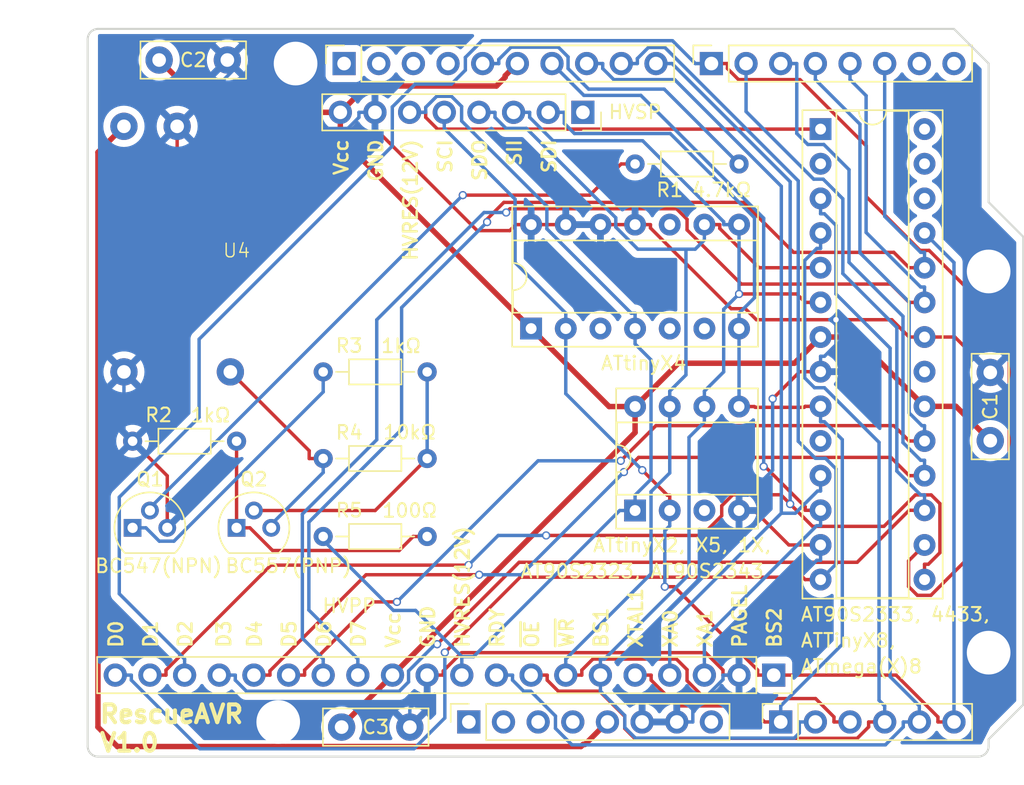
<source format=kicad_pcb>
(kicad_pcb (version 20240108) (generator "pcbnew") (generator_version "8.0")
  (title_block (title "RescueAVR") (date "2024-08-25") (rev "1.0") (company "Arduino Craft Corner"))
  (layers (0 "F.Cu" signal) (31 "B.Cu" signal) (34 "B.Paste" user) (35 "F.Paste" user) (36 "B.SilkS" user "B.Silkscreen") (37 "F.SilkS" user "F.Silkscreen") (38 "B.Mask" user) (39 "F.Mask" user) (44 "Edge.Cuts" user))
  (net 0 "")
  (net 1 "GND")
  (net 3 "+5V")
  (net 4 "/IOREF")
  (net 5 "/A0")
  (net 6 "/A1")
  (net 7 "/A2")
  (net 8 "/A3")
  (net 9 "/13")
  (net 10 "/12")
  (net 11 "/AREF")
  (net 12 "/8")
  (net 13 "/7")
  (net 14 "/*11")
  (net 15 "/*10")
  (net 16 "/*9")
  (net 17 "/4")
  (net 18 "/2")
  (net 19 "/*6")
  (net 20 "/*5")
  (net 21 "/TX{slash}1")
  (net 22 "/*3")
  (net 23 "/RX{slash}0")
  (net 24 "+3V3")
  (net 26 "/~{RESET}")
  (net 32 "/A5")
  (net 34 "/A4")
  (net 35 "/HVRES")
  (net 45 "Net-(Q1-B)")
  (net 46 "Net-(Q2-C)")
  (net 47 "Net-(Q2-B)")
  (net 48 "Net-(Q1-C)")
  (net 49 "Net-(Q2-E)")
  (footprint "Connector_PinSocket_2.54mm:PinSocket_1x08_P2.54mm_Vertical" (layer "F.Cu") (at 127.94 97.46 90)
    (property "Reference" "J1" (hide yes))
    (property "Value" "Power")
  )
  (footprint "Connector_PinSocket_2.54mm:PinSocket_1x06_P2.54mm_Vertical" (layer "F.Cu") (at 150.8 97.46 90)
    (property "Reference" "J3" (hide yes))
    (property "Value" "Analog")
  )
  (footprint "Connector_PinSocket_2.54mm:PinSocket_1x10_P2.54mm_Vertical" (layer "F.Cu") (at 118.796 49.2 90)
    (property "Reference" "J2" (hide yes))
    (property "Value" "Digital/PWM")
  )
  (footprint "Connector_PinSocket_2.54mm:PinSocket_1x08_P2.54mm_Vertical" (layer "F.Cu") (at 145.72 49.2 90)
    (property "Reference" "J4" (hide yes))
    (property "Value" "Digital/PWM")
  )
  (footprint "Package_TO_SOT_THT:TO-92" (layer "F.Cu") (at 103.295 83.231)
    (property "Reference" "Q1")
    (property "Value" "BC547(NPN)")
  )
  (footprint "Resistor_THT:R_Axial_DIN0204_L3.6mm_D1.6mm_P7.62mm_Horizontal" (layer "F.Cu") (at 117.265 83.866)
    (property "Reference" "R5")
    (property "Value" "100Ω")
  )
  (footprint "Package_DIP:DIP-28_W7.62mm_Socket" (layer "F.Cu") (at 153.721 54.006)
    (property "Reference" "U1" (hide yes))
    (property "Value" "ATTinyX8,")
  )
  (footprint "Capacitor_THT:C_Disc_D7.5mm_W2.5mm_P5.00mm" (layer "F.Cu") (at 166.16 76.841 90)
    (property "Reference" "C1")
    (property "Value" "100nF" (hide yes))
  )
  (footprint "Resistor_THT:R_Axial_DIN0204_L3.6mm_D1.6mm_P7.62mm_Horizontal" (layer "F.Cu") (at 103.295 76.881)
    (property "Reference" "R2")
    (property "Value" "1kΩ")
  )
  (footprint "Resistor_THT:R_Axial_DIN0204_L3.6mm_D1.6mm_P7.62mm_Horizontal" (layer "F.Cu") (at 117.265 71.801)
    (property "Reference" "R3")
    (property "Value" "1kΩ")
  )
  (footprint "Package_TO_SOT_THT:TO-92" (layer "F.Cu") (at 110.915 83.231)
    (property "Reference" "Q2")
    (property "Value" "BC557(PNP)")
  )
  (footprint "Arduino_MountingHole:MountingHole_3.2mm" (layer "F.Cu") (at 115.24 49.2)
    (property "Reference" "MH1" (hide yes))
    (property "Value" "MountingHole_3.2mm" (hide yes))
  )
  (footprint "Connector_PinSocket_2.54mm:PinSocket_1x20_P2.54mm_Vertical" (layer "F.Cu") (at 150.285 94.026 -90)
    (property "Reference" "J5" (hide yes))
    (property "Value" "Conn_01x20_Socket" (hide yes))
  )
  (footprint "Resistor_THT:R_Axial_DIN0204_L3.6mm_D1.6mm_P7.62mm_Horizontal" (layer "F.Cu") (at 147.745 56.561 180)
    (property "Reference" "R1")
    (property "Value" "4.7kΩ")
  )
  (footprint "Connector_PinSocket_2.54mm:PinSocket_1x08_P2.54mm_Vertical" (layer "F.Cu") (at 136.3 52.776 -90)
    (property "Reference" "J6" (hide yes))
    (property "Value" "Conn_01x08_Socket" (hide yes))
  )
  (footprint "Booster:Step-Up-Converter" (layer "F.Cu") (at 117.86 62.701 -90)
    (property "Reference" "U4")
    (property "Value" "~")
  )
  (footprint "Package_DIP:DIP-14_W7.62mm_Socket" (layer "F.Cu") (at 132.505 68.626 90)
    (property "Reference" "U2" (hide yes))
    (property "Value" "ATtinyX4")
  )
  (footprint "Capacitor_THT:C_Disc_D7.5mm_W2.5mm_P5.00mm" (layer "F.Cu") (at 118.615 97.836)
    (property "Reference" "C3")
    (property "Value" "100nF" (hide yes))
  )
  (footprint "Capacitor_THT:C_Disc_D7.5mm_W2.5mm_P5.00mm" (layer "F.Cu") (at 105.24 48.941)
    (property "Reference" "C2")
    (property "Value" "100nF" (hide yes))
  )
  (footprint "Arduino_MountingHole:MountingHole_3.2mm" (layer "F.Cu") (at 113.97 97.46)
    (property "Reference" "MH2" (hide yes))
    (property "Value" "MountingHole_3.2mm" (hide yes))
  )
  (footprint "Package_DIP:DIP-8_W7.62mm_Socket" (layer "F.Cu") (at 140.125 81.961 90)
    (property "Reference" "U3" (hide yes))
    (property "Value" "ATtinyX2, X5, 1X, ")
  )
  (footprint "Arduino_MountingHole:MountingHole_3.2mm" (layer "F.Cu") (at 166.04 64.44)
    (property "Reference" "MH3" (hide yes))
    (property "Value" "MountingHole_3.2mm" (hide yes))
  )
  (footprint "Resistor_THT:R_Axial_DIN0204_L3.6mm_D1.6mm_P7.62mm_Horizontal" (layer "F.Cu") (at 124.885 78.151 180)
    (property "Reference" "R4")
    (property "Value" "10kΩ")
  )
  (footprint "Arduino_MountingHole:MountingHole_3.2mm" (layer "F.Cu") (at 166.04 92.38)
    (property "Reference" "MH4" (hide yes))
    (property "Value" "MountingHole_3.2mm" (hide yes))
  )
  (gr_line (start 166.04 59.36) (end 168.58 61.9) (stroke (width 0.15)) (layer "Edge.Cuts"))
  (gr_line (start 100 99.238) (end 100 47.422) (stroke (width 0.15)) (layer "Edge.Cuts"))
  (gr_line (start 168.58 61.9) (end 168.58 96.19) (stroke (width 0.15)) (layer "Edge.Cuts"))
  (gr_line (start 165.278 100) (end 100.762 100) (stroke (width 0.15)) (layer "Edge.Cuts"))
  (gr_line (start 100.762 46.66) (end 163.5 46.66) (stroke (width 0.15)) (layer "Edge.Cuts"))
  (gr_arc (start 100.762 100) (mid 100.223185 99.776815) (end 100 99.238) (stroke (width 0.15)) (layer "Edge.Cuts"))
  (gr_line (start 168.58 96.19) (end 166.04 98.73) (stroke (width 0.15)) (layer "Edge.Cuts"))
  (gr_line (start 163.5 46.66) (end 166.04 49.2) (stroke (width 0.15)) (layer "Edge.Cuts"))
  (gr_arc (start 166.04 99.238) (mid 165.816815 99.776815) (end 165.278 100) (stroke (width 0.15)) (layer "Edge.Cuts"))
  (gr_line (start 166.04 49.2) (end 166.04 59.36) (stroke (width 0.15)) (layer "Edge.Cuts"))
  (gr_line (start 166.04 98.73) (end 166.04 99.238) (stroke (width 0.15)) (layer "Edge.Cuts"))
  (gr_arc (start 100 47.422) (mid 100.223185 46.883185) (end 100.762 46.66) (stroke (width 0.15)) (layer "Edge.Cuts"))
  (gr_text "ATmega(X)8" (at 152.19 93.391 0) (layer "F.SilkS") (effects (font (size 1 1)) (justify left)))
  (gr_text "~{WR}\n" (at 135.68 92.121 90) (layer "F.SilkS") (effects (font (size 1 1) (thickness 0.1875)) (justify left bottom)))
  (gr_text "GND" (at 125.52 92.121 90) (layer "F.SilkS") (effects (font (size 1 1) (thickness 0.1875)) (justify left bottom)))
  (gr_text "HVRES(12V)" (at 124.25 54.656 90) (layer "F.SilkS") (effects (font (size 1 1) (thickness 0.1875)) (justify right bottom)))
  (gr_text "HVPP" (at 119.17 88.946 0) (layer "F.SilkS") (effects (font (size 1 1))))
  (gr_text "~{OE}" (at 133.14 92.121 90) (layer "F.SilkS") (effects (font (size 1 1) (thickness 0.1875)) (justify left bottom)))
  (gr_text "AT90S2323, AT90S2343" (at 149.65 86.406 0) (layer "F.SilkS") (effects (font (size 1 1)) (justify right)))
  (gr_text "XA1" (at 145.84 92.121 90) (layer "F.SilkS") (effects (font (size 1 1) (thickness 0.1875)) (justify left bottom)))
  (gr_text "BS1" (at 138.22 92.121 90) (layer "F.SilkS") (effects (font (size 1 1) (thickness 0.1875)) (justify left bottom)))
  (gr_text "Vcc" (at 122.98 92.121 90) (layer "F.SilkS") (effects (font (size 1 1) (thickness 0.1875)) (justify left bottom)))
  (gr_text "SDI" (at 134.41 54.656 90) (layer "F.SilkS") (effects (font (size 1 1) (thickness 0.1875)) (justify right bottom)))
  (gr_text "XA0" (at 143.3 92.121 90) (layer "F.SilkS") (effects (font (size 1 1) (thickness 0.1875)) (justify left bottom)))
  (gr_text "HVSP\n" (at 140.125 52.751 0) (layer "F.SilkS") (effects (font (size 1 1))))
  (gr_text "D4\n" (at 112.82 92.121 90) (layer "F.SilkS") (effects (font (size 1 1) (thickness 0.1875)) (justify left bottom)))
  (gr_text "D2\n" (at 107.74 92.121 90) (layer "F.SilkS") (effects (font (size 1 1) (thickness 0.1875)) (justify left bottom)))
  (gr_text "GND" (at 121.71 54.656 90) (layer "F.SilkS") (effects (font (size 1 1) (thickness 0.1875)) (justify right bottom)))
  (gr_text "HVRES(12V)" (at 128.06 92.121 90) (layer "F.SilkS") (effects (font (size 1 1) (thickness 0.1875)) (justify left bottom)))
  (gr_text "SDO\n" (at 129.33 54.656 90) (layer "F.SilkS") (effects (font (size 1 1) (thickness 0.1875)) (justify right bottom)))
  (gr_text "D0" (at 102.66 92.121 90) (layer "F.SilkS") (effects (font (size 1 1) (thickness 0.1875)) (justify left bottom)))
  (gr_text "D6\n" (at 117.9 92.121 90) (layer "F.SilkS") (effects (font (size 1 1) (thickness 0.1875)) (justify left bottom)))
  (gr_text "D7\n" (at 120.44 92.121 90) (layer "F.SilkS") (effects (font (size 1 1) (thickness 0.1875)) (justify left bottom)))
  (gr_text "D3\n\n" (at 112.185 92.121 90) (layer "F.SilkS") (effects (font (size 1 1) (thickness 0.1875)) (justify left bottom)))
  (gr_text "D5\n" (at 115.36 92.121 90) (layer "F.SilkS") (effects (font (size 1 1) (thickness 0.1875)) (justify left bottom)))
  (gr_text "SCI\n" (at 126.79 54.656 90) (layer "F.SilkS") (effects (font (size 1 1) (thickness 0.1875)) (justify right bottom)))
  (gr_text "RDY" (at 130.6 92.121 90) (layer "F.SilkS") (effects (font (size 1 1) (thickness 0.1875)) (justify left bottom)))
  (gr_text "BS2" (at 150.92 92.121 90) (layer "F.SilkS") (effects (font (size 1 1) (thickness 0.1875)) (justify left bottom)))
  (gr_text "SII\n" (at 131.87 54.656 90) (layer "F.SilkS") (effects (font (size 1 1) (thickness 0.1875)) (justify right bottom)))
  (gr_text "Vcc" (at 119.17 54.656 90) (layer "F.SilkS") (effects (font (size 1 1) (thickness 0.1875)) (justify right bottom)))
  (gr_text "PAGEL\n" (at 148.38 92.121 90) (layer "F.SilkS") (effects (font (size 1 1) (thickness 0.1875)) (justify left bottom)))
  (gr_text "XTAL1" (at 140.76 92.121 90) (layer "F.SilkS") (effects (font (size 1 1) (thickness 0.1875)) (justify left bottom)))
  (gr_text "AT90S2333, 4433," (at 152.19 89.581 0) (layer "F.SilkS") (effects (font (size 1 1)) (justify left)))
  (gr_text "RescueAVR \nV1.0" (at 100.755 99.741 0) (layer "F.SilkS") (effects (font (size 1.3 1.3) (thickness 0.3) (bold yes)) (justify left bottom)))
  (gr_text "D1" (at 105.2 92.121 90) (layer "F.SilkS") (effects (font (size 1 1) (thickness 0.1875)) (justify left bottom)))
  (segment (start 150.2072 73.7727) (end 152.1939 71.786) (width 0.25) (layer "F.Cu") (net 1))
  (segment (start 126.0617 93.7251) (end 127.4069 92.3799) (width 0.25) (layer "F.Cu") (net 1))
  (segment (start 126.0617 94.026) (end 126.0617 93.7251) (width 0.25) (layer "F.Cu") (net 1))
  (segment (start 105.835 83.231) (end 105.835 79.421) (width 0.25) (layer "F.Cu") (net 1))
  (segment (start 132.505 61.006) (end 133.6317 61.006) (width 0.25) (layer "F.Cu") (net 1))
  (segment (start 121.06 52.776) (end 121.06 53.9527) (width 0.25) (layer "F.Cu") (net 1))
  (segment (start 141.2517 61.006) (end 141.2517 61.2525) (width 0.25) (layer "F.Cu") (net 1))
  (segment (start 137.585 61.006) (end 136.1717 61.006) (width 0.25) (layer "F.Cu") (net 1))
  (segment (start 132.505 61.006) (end 131.3783 61.006) (width 0.25) (layer "F.Cu") (net 1))
  (segment (start 166.16 71.841) (end 163.565 69.246) (width 0.25) (layer "F.Cu") (net 1))
  (segment (start 140.125 61.006) (end 137.585 61.006) (width 0.25) (layer "F.Cu") (net 1))
  (segment (start 128.5529 61.4456) (end 130.9387 61.4456) (width 0.25) (layer "F.Cu") (net 1))
  (segment (start 148.2082 67.1692) (end 149.015 67.976) (width 0.25) (layer "F.Cu") (net 1))
  (segment (start 161.341 69.246) (end 160.2143 69.246) (width 0.25) (layer "F.Cu") (net 1))
  (segment (start 158.9443 67.976) (end 154.8503 67.976) (width 0.25) (layer "F.Cu") (net 1))
  (segment (start 152.1939 71.786) (end 153.721 71.786) (width 0.25) (layer "F.Cu") (net 1))
  (segment (start 163.565 69.246) (end 161.341 69.246) (width 0.25) (layer "F.Cu") (net 1))
  (segment (start 106.56 67.901) (end 102.66 71.801) (width 0.25) (layer "F.Cu") (net 1))
  (segment (start 141.2517 61.2525) (end 147.1684 67.1692) (width 0.25) (layer "F.Cu") (net 1))
  (segment (start 151.3967 84.486) (end 153.721 84.486) (width 0.25) (layer "F.Cu") (net 1))
  (segment (start 135.045 61.006) (end 133.6317 61.006) (width 0.25) (layer "F.Cu") (net 1))
  (segment (start 140.125 61.006) (end 141.2517 61.006) (width 0.25) (layer "F.Cu") (net 1))
  (segment (start 106.56 53.801) (end 106.56 67.901) (width 0.25) (layer "F.Cu") (net 1))
  (segment (start 147.745 94.026) (end 146.5683 94.026) (width 0.25) (layer "F.Cu") (net 1))
  (segment (start 105.835 79.421) (end 103.295 76.881) (width 0.25) (layer "F.Cu") (net 1))
  (segment (start 145.2899 92.3799) (end 146.5683 93.6583) (width 0.25) (layer "F.Cu") (net 1))
  (segment (start 121.06 53.9527) (end 128.5529 61.4456) (width 0.25) (layer "F.Cu") (net 1))
  (segment (start 146.5683 93.6583) (end 146.5683 94.026) (width 0.25) (layer "F.Cu") (net 1))
  (segment (start 147.745 81.961) (end 148.8717 81.961) (width 0.25) (layer "F.Cu") (net 1))
  (segment (start 160.2143 69.246) (end 158.9443 67.976) (width 0.25) (layer "F.Cu") (net 1))
  (segment (start 135.045 61.006) (end 136.1717 61.006) (width 0.25) (layer "F.Cu") (net 1))
  (segment (start 124.885 94.026) (end 126.0617 94.026) (width 0.25) (layer "F.Cu") (net 1))
  (segment (start 149.015 67.976) (end 154.8503 67.976) (width 0.25) (layer "F.Cu") (net 1))
  (segment (start 143.18 97.46) (end 140.64 97.46) (width 0.25) (layer "F.Cu") (net 1))
  (segment (start 148.8717 81.961) (end 151.3967 84.486) (width 0.25) (layer "F.Cu") (net 1))
  (segment (start 147.1684 67.1692) (end 148.2082 67.1692) (width 0.25) (layer "F.Cu") (net 1))
  (segment (start 130.9387 61.4456) (end 131.3783 61.006) (width 0.25) (layer "F.Cu") (net 1))
  (segment (start 127.4069 92.3799) (end 145.2899 92.3799) (width 0.25) (layer "F.Cu") (net 1))
  (via (at 154.8503 67.976) (size 0.6) (drill 0.4) (layers "F.Cu" "B.Cu") (net 1))
  (via (at 150.2072 73.7727) (size 0.6) (drill 0.4) (layers "F.Cu" "B.Cu") (net 1))
  (segment (start 153.721 71.786) (end 153.721 70.6593) (width 0.25) (layer "B.Cu") (net 1))
  (segment (start 147.745 94.026) (end 146.5683 94.026) (width 0.25) (layer "B.Cu") (net 1))
  (segment (start 148.3827 80.8343) (end 147.745 80.8343) (width 0.25) (layer "B.Cu") (net 1))
  (segment (start 144.3567 96.5662) (end 144.3567 97.46) (width 0.25) (layer "B.Cu") (net 1))
  (segment (start 153.721 84.486) (end 153.721 85.6127) (width 0.25) (layer "B.Cu") (net 1))
  (segment (start 124.885 94.026) (end 124.885 95.2027) (width 0.25) (layer "B.Cu") (net 1))
  (segment (start 146.5683 94.026) (end 146.5683 94.3546) (width 0.25) (layer "B.Cu") (net 1))
  (segment (start 102.66 76.246) (end 102.66 71.801) (width 0.25) (layer "B.Cu") (net 1))
  (segment (start 150.2072 73.7727) (end 150.2072 79.0098) (width 0.25) (layer "B.Cu") (net 1))
  (segment (start 123.615 96.4727) (end 123.615 97.836) (width 0.25) (layer "B.Cu") (net 1))
  (segment (start 115.2586 53.9596) (end 110.83 49.531) (width 0.25) (layer "B.Cu") (net 1))
  (segment (start 119.8833 53.1437) (end 119.0674 53.9596) (width 0.25) (layer "B.Cu") (net 1))
  (segment (start 121.06 52.776) (end 119.8833 52.776) (width 0.25) (layer "B.Cu") (net 1))
  (segment (start 119.0674 53.9596) (end 115.2586 53.9596) (width 0.25) (layer "B.Cu") (net 1))
  (segment (start 153.721 70.6593) (end 154.0027 70.6593) (width 0.25) (layer "B.Cu") (net 1))
  (segment (start 147.745 91.307) (end 153.4393 85.6127) (width 0.25) (layer "B.Cu") (net 1))
  (segment (start 150.2072 79.0098) (end 148.3827 80.8343) (width 0.25) (layer "B.Cu") (net 1))
  (segment (start 154.0027 70.6593) (end 154.8503 69.8117) (width 0.25) (layer "B.Cu") (net 1))
  (segment (start 110.83 49.531) (end 106.56 53.801) (width 0.25) (layer "B.Cu") (net 1))
  (segment (start 124.885 95.2027) (end 123.615 96.4727) (width 0.25) (layer "B.Cu") (net 1))
  (segment (start 143.18 97.46) (end 144.3567 97.46) (width 0.25) (layer "B.Cu") (net 1))
  (segment (start 103.295 76.881) (end 102.66 76.246) (width 0.25) (layer "B.Cu") (net 1))
  (segment (start 146.5683 94.3546) (end 144.3567 96.5662) (width 0.25) (layer "B.Cu") (net 1))
  (segment (start 147.745 81.961) (end 147.745 80.8343) (width 0.25) (layer "B.Cu") (net 1))
  (segment (start 153.4393 85.6127) (end 153.721 85.6127) (width 0.25) (layer "B.Cu") (net 1))
  (segment (start 110.83 49.531) (end 110.24 48.941) (width 0.25) (layer "B.Cu") (net 1))
  (segment (start 154.8503 69.8117) (end 154.8503 67.976) (width 0.25) (layer "B.Cu") (net 1))
  (segment (start 147.745 94.026) (end 147.745 91.307) (width 0.25) (layer "B.Cu") (net 1))
  (segment (start 119.8833 52.776) (end 119.8833 53.1437) (width 0.25) (layer "B.Cu") (net 1))
  (segment (start 136.315 99.106) (end 136.161 99.26) (width 0.4) (layer "F.Cu") (net 3))
  (segment (start 138.1 97.46) (end 136.454 99.106) (width 0.4) (layer "F.Cu") (net 3))
  (segment (start 100.755 97.836) (end 100.755 55.706) (width 0.4) (layer "F.Cu") (net 3))
  (segment (start 100.755 55.706) (end 102.66 53.801) (width 0.4) (layer "F.Cu") (net 3))
  (segment (start 136.454 99.106) (end 136.315 99.106) (width 0.4) (layer "F.Cu") (net 3))
  (segment (start 102.179 99.26) (end 100.755 97.836) (width 0.4) (layer "F.Cu") (net 3))
  (segment (start 136.161 99.26) (end 102.179 99.26) (width 0.4) (layer "F.Cu") (net 3))
  (segment (start 148.9301 74.3994) (end 152.5209 74.3994) (width 0.25) (layer "F.Cu") (net 5))
  (segment (start 141.3017 94.026) (end 141.3017 94.3937) (width 0.25) (layer "F.Cu") (net 5))
  (segment (start 141.3017 94.3937) (end 143.1913 96.2833) (width 0.25) (layer "F.Cu") (net 5))
  (segment (start 147.745 74.341) (end 148.8717 74.341) (width 0.25) (layer "F.Cu") (net 5))
  (segment (start 148.4466 96.2833) (end 149.6233 97.46) (width 0.25) (layer "F.Cu") (net 5))
  (segment (start 150.8 97.46) (end 149.6233 97.46) (width 0.25) (layer "F.Cu") (net 5))
  (segment (start 143.1913 96.2833) (end 148.4466 96.2833) (width 0.25) (layer "F.Cu") (net 5))
  (segment (start 140.125 94.026) (end 141.3017 94.026) (width 0.25) (layer "F.Cu") (net 5))
  (segment (start 148.8717 74.341) (end 148.9301 74.3994) (width 0.25) (layer "F.Cu") (net 5))
  (segment (start 152.5209 74.3994) (end 152.5943 74.326) (width 0.25) (layer "F.Cu") (net 5))
  (segment (start 153.721 74.326) (end 152.5943 74.326) (width 0.25) (layer "F.Cu") (net 5))
  (segment (start 142.7026 54.3293) (end 148.8755 60.5022) (width 0.25) (layer "B.Cu") (net 5))
  (segment (start 153.721 74.326) (end 153.721 75.4527) (width 0.25) (layer "B.Cu") (net 5))
  (segment (start 147.745 74.341) (end 147.745 68.626) (width 0.25) (layer "B.Cu") (net 5))
  (segment (start 134.9367 53.585) (end 135.681 54.3293) (width 0.25) (layer "B.Cu") (net 5))
  (segment (start 133.76 52.776) (end 134.9367 52.776) (width 0.25) (layer "B.Cu") (net 5))
  (segment (start 135.681 54.3293) (end 142.7026 54.3293) (width 0.25) (layer "B.Cu") (net 5))
  (segment (start 148.8755 60.5022) (end 148.8755 66.3688) (width 0.25) (layer "B.Cu") (net 5))
  (segment (start 154.0027 75.4527) (end 155.3141 76.7641) (width 0.25) (layer "B.Cu") (net 5))
  (segment (start 150.8 97.46) (end 150.8 96.2833) (width 0.25) (layer "B.Cu") (net 5))
  (segment (start 155.3141 76.7641) (end 155.3141 91.7692) (width 0.25) (layer "B.Cu") (net 5))
  (segment (start 134.9367 52.776) (end 134.9367 53.585) (width 0.25) (layer "B.Cu") (net 5))
  (segment (start 155.3141 91.7692) (end 150.8 96.2833) (width 0.25) (layer "B.Cu") (net 5))
  (segment (start 147.745 68.626) (end 147.745 67.4993) (width 0.25) (layer "B.Cu") (net 5))
  (segment (start 148.8755 66.3688) (end 147.745 67.4993) (width 0.25) (layer "B.Cu") (net 5))
  (segment (start 153.721 75.4527) (end 154.0027 75.4527) (width 0.25) (layer "B.Cu") (net 5))
  (segment (start 153.721 66.706) (end 152.5943 66.706) (width 0.25) (layer "F.Cu") (net 6))
  (segment (start 151.976 66.0877) (end 147.745 66.0877) (width 0.25) (layer "F.Cu") (net 6))
  (segment (start 152.5943 66.706) (end 151.976 66.0877) (width 0.25) (layer "F.Cu") (net 6))
  (via (at 147.745 66.0877) (size 0.6) (drill 0.4) (layers "F.Cu" "B.Cu") (net 6))
  (segment (start 145.205 74.9043) (end 145.205 74.341) (width 0.25) (layer "B.Cu") (net 6))
  (segment (start 137.8875 92.8493) (end 144.0783 86.6585) (width 0.25) (layer "B.Cu") (net 6))
  (segment (start 144.0783 76.5944) (end 145.205 75.4677) (width 0.25) (layer "B.Cu") (net 6))
  (segment (start 139.37 96.9877) (end 137.585 95.2027) (width 0.25) (layer "B.Cu") (net 6))
  (segment (start 146.6183 67.2144) (end 147.745 66.0877) (width 0.25) (layer "B.Cu") (net 6))
  (segment (start 137.585 92.8493) (end 137.8875 92.8493) (width 0.25) (layer "B.Cu") (net 6))
  (segment (start 132.3967 52.776) (end 132.3967 53.1438) (width 0.25) (layer "B.Cu") (net 6))
  (segment (start 137.585 94.026) (end 137.585 92.8493) (width 0.25) (layer "B.Cu") (net 6))
  (segment (start 131.22 52.776) (end 132.3967 52.776) (width 0.25) (layer "B.Cu") (net 6))
  (segment (start 134.109 54.8561) (end 140.6787 54.8561) (width 0.25) (layer "B.Cu") (net 6))
  (segment (start 146.6183 71.801) (end 146.6183 67.2144) (width 0.25) (layer "B.Cu") (net 6))
  (segment (start 147.745 61.006) (end 146.6183 61.006) (width 0.25) (layer "B.Cu") (net 6))
  (segment (start 139.37 97.8655) (end 139.37 96.9877) (width 0.25) (layer "B.Cu") (net 6))
  (segment (start 151.7898 98.6425) (end 140.147 98.6425) (width 0.25) (layer "B.Cu") (net 6))
  (segment (start 140.147 98.6425) (end 139.37 97.8655) (width 0.25) (layer "B.Cu") (net 6))
  (segment (start 152.1633 97.46) (end 152.1633 98.269) (width 0.25) (layer "B.Cu") (net 6))
  (segment (start 145.205 74.9043) (end 145.205 75.4677) (width 0.25) (layer "B.Cu") (net 6))
  (segment (start 140.6787 54.8561) (end 146.6183 60.7957) (width 0.25) (layer "B.Cu") (net 6))
  (segment (start 145.205 74.341) (end 145.205 73.2143) (width 0.25) (layer "B.Cu") (net 6))
  (segment (start 147.745 61.006) (end 147.745 62.1327) (width 0.25) (layer "B.Cu") (net 6))
  (segment (start 137.585 94.026) (end 137.585 95.2027) (width 0.25) (layer "B.Cu") (net 6))
  (segment (start 144.0783 86.6585) (end 144.0783 76.5944) (width 0.25) (layer "B.Cu") (net 6))
  (segment (start 145.205 73.2143) (end 146.6183 71.801) (width 0.25) (layer "B.Cu") (net 6))
  (segment (start 152.1633 98.269) (end 151.7898 98.6425) (width 0.25) (layer "B.Cu") (net 6))
  (segment (start 132.3967 53.1438) (end 134.109 54.8561) (width 0.25) (layer "B.Cu") (net 6))
  (segment (start 147.745 66.0877) (end 147.745 62.1327) (width 0.25) (layer "B.Cu") (net 6))
  (segment (start 153.34 97.46) (end 152.1633 97.46) (width 0.25) (layer "B.Cu") (net 6))
  (segment (start 146.6183 60.7957) (end 146.6183 61.006) (width 0.25) (layer "B.Cu") (net 6))
  (segment (start 154.7033 97.0923) (end 154.7033 97.46) (width 0.25) (layer "F.Cu") (net 7))
  (segment (start 143.935 94.4367) (end 145.244 95.7457) (width 0.25) (layer "F.Cu") (net 7))
  (segment (start 145.244 95.7457) (end 153.3567 95.7457) (width 0.25) (layer "F.Cu") (net 7))
  (segment (start 143.1559 92.8493) (end 143.935 93.6284) (width 0.25) (layer "F.Cu") (net 7))
  (segment (start 149.21 64.166) (end 146.3317 61.2877) (width 0.25) (layer "F.Cu") (net 7))
  (segment (start 136.2217 94.026) (end 136.2217 93.6582) (width 0.25) (layer "F.Cu") (net 7))
  (segment (start 137.0306 92.8493) (end 143.1559 92.8493) (width 0.25) (layer "F.Cu") (net 7))
  (segment (start 153.721 64.166) (end 149.21 64.166) (width 0.25) (layer "F.Cu") (net 7))
  (segment (start 143.935 93.6284) (end 143.935 94.4367) (width 0.25) (layer "F.Cu") (net 7))
  (segment (start 153.3567 95.7457) (end 154.7033 97.0923) (width 0.25) (layer "F.Cu") (net 7))
  (segment (start 145.205 61.006) (end 146.3317 61.006) (width 0.25) (layer "F.Cu") (net 7))
  (segment (start 136.2217 93.6582) (end 137.0306 92.8493) (width 0.25) (layer "F.Cu") (net 7))
  (segment (start 146.3317 61.2877) (end 146.3317 61.006) (width 0.25) (layer "F.Cu") (net 7))
  (segment (start 135.045 94.026) (end 136.2217 94.026) (width 0.25) (layer "F.Cu") (net 7))
  (segment (start 155.88 97.46) (end 154.7033 97.46) (width 0.25) (layer "F.Cu") (net 7))
  (segment (start 142.665 74.341) (end 142.665 73.7776) (width 0.25) (layer "B.Cu") (net 7))
  (segment (start 143.8538 62.8083) (end 143.8538 72.0255) (width 0.25) (layer "B.Cu") (net 7))
  (segment (start 138.7117 61.1901) (end 138.7117 60.506) (width 0.25) (layer "B.Cu") (net 7))
  (segment (start 143.8538 72.0255) (end 142.665 73.2143) (width 0.25) (layer "B.Cu") (net 7))
  (segment (start 144.5294 62.8083) (end 143.8538 62.8083) (width 0.25) (layer "B.Cu") (net 7))
  (segment (start 135.045 94.026) (end 135.045 92.8493) (width 0.25) (layer "B.Cu") (net 7))
  (segment (start 129.8567 53.1438) (end 129.8567 52.776) (width 0.25) (layer "B.Cu") (net 7))
  (segment (start 128.68 52.776) (end 129.8567 52.776) (width 0.25) (layer "B.Cu") (net 7))
  (segment (start 130.6656 53.9527) (end 129.8567 53.1438) (width 0.25) (layer "B.Cu") (net 7))
  (segment (start 135.045 92.8493) (end 141.2941 86.6002) (width 0.25) (layer "B.Cu") (net 7))
  (segment (start 141.2941 80.581) (end 142.665 79.2101) (width 0.25) (layer "B.Cu") (net 7))
  (segment (start 145.205 61.006) (end 145.205 62.1327) (width 0.25) (layer "B.Cu") (net 7))
  (segment (start 142.665 73.7776) (end 142.665 73.2143) (width 0.25) (layer "B.Cu") (net 7))
  (segment (start 142.665 79.2101) (end 142.665 74.341) (width 0.25) (layer "B.Cu") (net 7))
  (segment (start 132.1584 53.9527) (end 130.6656 53.9527) (width 0.25) (layer "B.Cu") (net 7))
  (segment (start 145.205 62.1327) (end 144.5294 62.8083) (width 0.25) (layer "B.Cu") (net 7))
  (segment (start 140.3299 62.8083) (end 138.7117 61.1901) (width 0.25) (layer "B.Cu") (net 7))
  (segment (start 143.8538 62.8083) (end 140.3299 62.8083) (width 0.25) (layer "B.Cu") (net 7))
  (segment (start 138.7117 60.506) (end 132.1584 53.9527) (width 0.25) (layer "B.Cu") (net 7))
  (segment (start 141.2941 86.6002) (end 141.2941 80.581) (width 0.25) (layer "B.Cu") (net 7))
  (segment (start 157.2433 97.8258) (end 157.2433 97.46) (width 0.25) (layer "F.Cu") (net 8))
  (segment (start 133.6817 94.3938) (end 134.4906 95.2027) (width 0.25) (layer "F.Cu") (net 8))
  (segment (start 140.0874 98.6596) (end 156.4095 98.6596) (width 0.25) (layer "F.Cu") (net 8))
  (segment (start 158.42 97.46) (end 157.2433 97.46) (width 0.25) (layer "F.Cu") (net 8))
  (segment (start 137.5216 95.2027) (end 139.37 97.0511) (width 0.25) (layer "F.Cu") (net 8))
  (segment (start 139.37 97.9422) (end 140.0874 98.6596) (width 0.25) (layer "F.Cu") (net 8))
  (segment (start 156.4095 98.6596) (end 157.2433 97.8258) (width 0.25) (layer "F.Cu") (net 8))
  (segment (start 134.4906 95.2027) (end 137.5216 95.2027) (width 0.25) (layer "F.Cu") (net 8))
  (segment (start 132.505 94.026) (end 133.6817 94.026) (width 0.25) (layer "F.Cu") (net 8))
  (segment (start 139.37 97.0511) (end 139.37 97.9422) (width 0.25) (layer "F.Cu") (net 8))
  (segment (start 133.6817 94.026) (end 133.6817 94.3938) (width 0.25) (layer "F.Cu") (net 8))
  (segment (start 153.2787 72.9612) (end 152.5546 72.2371) (width 0.25) (layer "B.Cu") (net 8))
  (segment (start 158.0062 76.9634) (end 154.004 72.9612) (width 0.25) (layer "B.Cu") (net 8))
  (segment (start 158.42 96.2833) (end 158.0062 95.8695) (width 0.25) (layer "B.Cu") (net 8))
  (segment (start 158.42 97.46) (end 158.42 96.2833) (width 0.25) (layer "B.Cu") (net 8))
  (segment (start 152.5546 72.2371) (end 152.5546 63.6374) (width 0.25) (layer "B.Cu") (net 8))
  (segment (start 158.0062 95.8695) (end 158.0062 76.9634) (width 0.25) (layer "B.Cu") (net 8))
  (segment (start 153.721 61.626) (end 153.721 62.7527) (width 0.25) (layer "B.Cu") (net 8))
  (segment (start 154.004 72.9612) (end 153.2787 72.9612) (width 0.25) (layer "B.Cu") (net 8))
  (segment (start 153.4393 62.7527) (end 153.721 62.7527) (width 0.25) (layer "B.Cu") (net 8))
  (segment (start 152.5546 63.6374) (end 153.4393 62.7527) (width 0.25) (layer "B.Cu") (net 8))
  (segment (start 135.2127 48.7125) (end 135.2127 49.5658) (width 0.25) (layer "B.Cu") (net 9))
  (segment (start 130.1328 49.2) (end 130.1328 48.899) (width 0.25) (layer "B.Cu") (net 9))
  (segment (start 134.5006 48.0004) (end 135.2127 48.7125) (width 0.25) (layer "B.Cu") (net 9))
  (segment (start 136.7204 51.0735) (end 142.2575 51.0735) (width 0.25) (layer "B.Cu") (net 9))
  (segment (start 130.1327 49.2) (end 130.1328 49.2) (width 0.25) (layer "B.Cu") (net 9))
  (segment (start 130.1328 48.899) (end 131.0314 48.0004) (width 0.25) (layer "B.Cu") (net 9))
  (segment (start 128.956 49.2) (end 130.1327 49.2) (width 0.25) (layer "B.Cu") (net 9))
  (segment (start 131.0314 48.0004) (end 134.5006 48.0004) (width 0.25) (layer "B.Cu") (net 9))
  (segment (start 135.2127 49.5658) (end 136.7204 51.0735) (width 0.25) (layer "B.Cu") (net 9))
  (segment (start 142.2575 51.0735) (end 147.745 56.561) (width 0.25) (layer "B.Cu") (net 9))
  (segment (start 118.52 54.641) (end 132.505 68.626) (width 0.4) (layer "F.Cu") (net 10))
  (segment (start 118.52 52.776) (end 120.45 50.846) (width 0.4) (layer "F.Cu") (net 10))
  (segment (start 151.801 71.166) (end 153.721 69.246) (width 0.4) (layer "F.Cu") (net 10))
  (segment (start 118.615 97.756) (end 118.615 97.836) (width 0.4) (layer "F.Cu") (net 10))
  (segment (start 118.52 52.776) (end 109.075 52.776) (width 0.4) (layer "F.Cu") (net 10))
  (segment (start 161.341 74.326) (end 163.645 74.326) (width 0.4) (layer "F.Cu") (net 10))
  (segment (start 109.075 52.776) (end 105.24 48.941) (width 0.4) (layer "F.Cu") (net 10))
  (segment (start 153.721 69.246) (end 156.261 69.246) (width 0.4) (layer "F.Cu") (net 10))
  (segment (start 132.505 68.626) (end 138.22 74.341) (width 0.4) (layer "F.Cu") (net 10))
  (segment (start 130.6 50.096) (end 131.496 49.2) (width 0.4) (layer "F.Cu") (net 10))
  (segment (start 163.645 74.326) (end 166.16 76.841) (width 0.4) (layer "F.Cu") (net 10))
  (segment (start 140.125 74.341) (end 140.125 76.246) (width 0.4) (layer "F.Cu") (net 10))
  (segment (start 129.965 50.846) (end 130.6 50.211) (width 0.4) (layer "F.Cu") (net 10))
  (segment (start 122.345 94.026) (end 118.615 97.756) (width 0.4) (layer "F.Cu") (net 10))
  (segment (start 130.6 50.211) (end 130.6 50.096) (width 0.4) (layer "F.Cu") (net 10))
  (segment (start 140.125 74.341) (end 143.3 71.166) (width 0.4) (layer "F.Cu") (net 10))
  (segment (start 120.45 50.846) (end 129.965 50.846) (width 0.4) (layer "F.Cu") (net 10))
  (segment (start 156.261 69.246) (end 161.341 74.326) (width 0.4) (layer "F.Cu") (net 10))
  (segment (start 143.3 71.166) (end 151.801 71.166) (width 0.4) (layer "F.Cu") (net 10))
  (segment (start 138.22 74.341) (end 140.125 74.341) (width 0.4) (layer "F.Cu") (net 10))
  (segment (start 140.125 76.246) (end 122.345 94.026) (width 0.4) (layer "F.Cu") (net 10))
  (segment (start 118.52 52.776) (end 118.52 54.641) (width 0.4) (layer "F.Cu") (net 10))
  (segment (start 161.8292 80.8188) (end 162.4677 81.4573) (width 0.25) (layer "F.Cu") (net 12))
  (segment (start 146.475 82.3392) (end 145.025 83.7892) (width 0.25) (layer "F.Cu") (net 12))
  (segment (start 104.565 94.026) (end 105.7417 94.026) (width 0.25) (layer "F.Cu") (net 12))
  (segment (start 145.025 83.7892) (end 133.6051 83.7892) (width 0.25) (layer "F.Cu") (net 12))
  (segment (start 147.2845 80.8077) (end 146.475 81.6172) (width 0.25) (layer "F.Cu") (net 12))
  (segment (start 162.4677 81.4573) (end 162.4677 85.0544) (width 0.25) (layer "F.Cu") (net 12))
  (segment (start 161.6228 85.8993) (end 161.341 85.8993) (width 0.25) (layer "F.Cu") (net 12))
  (segment (start 150.8135 80.8077) (end 147.2845 80.8077) (width 0.25) (layer "F.Cu") (net 12))
  (segment (start 160.6682 80.8188) (end 161.8292 80.8188) (width 0.25) (layer "F.Cu") (net 12))
  (segment (start 151.4922 81.4864) (end 153.1284 83.1226) (width 0.25) (layer "F.Cu") (net 12))
  (segment (start 113.4355 85.9645) (end 127.9166 85.9645) (width 0.25) (layer "F.Cu") (net 12))
  (segment (start 105.7417 93.6583) (end 113.4355 85.9645) (width 0.25) (layer "F.Cu") (net 12))
  (segment (start 105.7417 94.026) (end 105.7417 93.6583) (width 0.25) (layer "F.Cu") (net 12))
  (segment (start 146.475 81.6172) (end 146.475 82.3392) (width 0.25) (layer "F.Cu") (net 12))
  (segment (start 153.1284 83.1226) (end 158.3644 83.1226) (width 0.25) (layer "F.Cu") (net 12))
  (segment (start 158.3644 83.1226) (end 160.6682 80.8188) (width 0.25) (layer "F.Cu") (net 12))
  (segment (start 162.4677 85.0544) (end 161.6228 85.8993) (width 0.25) (layer "F.Cu") (net 12))
  (segment (start 161.341 87.026) (end 161.341 85.8993) (width 0.25) (layer "F.Cu") (net 12))
  (segment (start 151.4922 81.4864) (end 150.8135 80.8077) (width 0.25) (layer "F.Cu") (net 12))
  (via (at 127.9166 85.9645) (size 0.6) (drill 0.4) (layers "F.Cu" "B.Cu") (net 12))
  (via (at 151.4922 81.4864) (size 0.6) (drill 0.4) (layers "F.Cu" "B.Cu") (net 12))
  (via (at 133.6051 83.7892) (size 0.6) (drill 0.4) (layers "F.Cu" "B.Cu") (net 12))
  (segment (start 142.8327 49.2) (end 151.4922 57.8595) (width 0.25) (layer "B.Cu") (net 12))
  (segment (start 151.4922 57.8595) (end 151.4922 81.4864) (width 0.25) (layer "B.Cu") (net 12))
  (segment (start 130.0919 83.7892) (end 133.6051 83.7892) (width 0.25) (layer "B.Cu") (net 12))
  (segment (start 127.9166 85.9645) (end 130.0919 83.7892) (width 0.25) (layer "B.Cu") (net 12))
  (segment (start 141.656 49.2) (end 142.8327 49.2) (width 0.25) (layer "B.Cu") (net 12))
  (segment (start 152.21 50.3767) (end 157.0711 55.2378) (width 0.25) (layer "F.Cu") (net 13))
  (segment (start 161.0136 62.896) (end 161.6784 62.896) (width 0.25) (layer "F.Cu") (net 13))
  (segment (start 160.1713 85.6557) (end 161.341 84.486) (width 0.25) (layer "F.Cu") (net 13))
  (segment (start 145.72 49.2) (end 146.8967 49.2) (width 0.25) (layer "F.Cu") (net 13))
  (segment (start 160.1713 87.5332) (end 160.1713 85.6557) (width 0.25) (layer "F.Cu") (net 13))
  (segment (start 161.6784 62.896) (end 167.5526 68.7702) (width 0.25) (layer "F.Cu") (net 13))
  (segment (start 147.7056 50.3767) (end 152.21 50.3767) (width 0.25) (layer "F.Cu") (net 13))
  (segment (start 146.8967 49.5678) (end 147.7056 50.3767) (width 0.25) (layer "F.Cu") (net 13))
  (segment (start 167.5526 82.432) (end 161.8065 88.1781) (width 0.25) (layer "F.Cu") (net 13))
  (segment (start 146.8967 49.2) (end 146.8967 49.5678) (width 0.25) (layer "F.Cu") (net 13))
  (segment (start 161.8065 88.1781) (end 160.8162 88.1781) (width 0.25) (layer "F.Cu") (net 13))
  (segment (start 157.0711 55.2378) (end 157.0711 58.9535) (width 0.25) (layer "F.Cu") (net 13))
  (segment (start 157.0711 58.9535) (end 161.0136 62.896) (width 0.25) (layer "F.Cu") (net 13))
  (segment (start 167.5526 68.7702) (end 167.5526 82.432) (width 0.25) (layer "F.Cu") (net 13))
  (segment (start 160.8162 88.1781) (end 160.1713 87.5332) (width 0.25) (layer "F.Cu") (net 13))
  (segment (start 126.6615 50.7079) (end 124.0031 50.7079) (width 0.25) (layer "B.Cu") (net 13))
  (segment (start 102.3183 88.0626) (end 107.105 92.8493) (width 0.25) (layer "B.Cu") (net 13))
  (segment (start 142.8674 47.5241) (end 128.9123 47.5241) (width 0.25) (layer "B.Cu") (net 13))
  (segment (start 108.1696 69.4036) (end 108.1696 75.1324) (width 0.25) (layer "B.Cu") (net 13))
  (segment (start 144.5433 49.2) (end 142.8674 47.5241) (width 0.25) (layer "B.Cu") (net 13))
  (segment (start 108.1696 75.1324) (end 102.3183 80.9837) (width 0.25) (layer "B.Cu") (net 13))
  (segment (start 145.72 49.2) (end 144.5433 49.2) (width 0.25) (layer "B.Cu") (net 13))
  (segment (start 102.3183 80.9837) (end 102.3183 88.0626) (width 0.25) (layer "B.Cu") (net 13))
  (segment (start 122.33 52.381) (end 122.33 55.2432) (width 0.25) (layer "B.Cu") (net 13))
  (segment (start 124.0031 50.7079) (end 122.33 52.381) (width 0.25) (layer "B.Cu") (net 13))
  (segment (start 122.33 55.2432) (end 108.1696 69.4036) (width 0.25) (layer "B.Cu") (net 13))
  (segment (start 128.9123 47.5241) (end 127.686 48.7504) (width 0.25) (layer "B.Cu") (net 13))
  (segment (start 127.686 48.7504) (end 127.686 49.6834) (width 0.25) (layer "B.Cu") (net 13))
  (segment (start 127.686 49.6834) (end 126.6615 50.7079) (width 0.25) (layer "B.Cu") (net 13))
  (segment (start 107.105 94.026) (end 107.105 92.8493) (width 0.25) (layer "B.Cu") (net 13))
  (segment (start 152.5943 81.946) (end 152.5943 81.6881) (width 0.25) (layer "F.Cu") (net 14))
  (segment (start 152.5943 81.6881) (end 149.6397 78.7335) (width 0.25) (layer "F.Cu") (net 14))
  (segment (start 149.6397 78.7335) (end 149.5509 78.7335) (width 0.25) (layer "F.Cu") (net 14))
  (segment (start 153.721 81.946) (end 152.5943 81.946) (width 0.25) (layer "F.Cu") (net 14))
  (via (at 149.5509 78.7335) (size 0.6) (drill 0.4) (layers "F.Cu" "B.Cu") (net 14))
  (segment (start 145.205 94.026) (end 145.205 91.307) (width 0.25) (layer "B.Cu") (net 14))
  (segment (start 153.4393 83.0727) (end 153.721 83.0727) (width 0.25) (layer "B.Cu") (net 14))
  (segment (start 145.205 91.307) (end 153.4393 83.0727) (width 0.25) (layer "B.Cu") (net 14))
  (segment (start 140.549 51.5348) (end 149.5509 60.5367) (width 0.25) (layer "B.Cu") (net 14))
  (segment (start 136.3708 51.5348) (end 140.549 51.5348) (width 0.25) (layer "B.Cu") (net 14))
  (segment (start 153.721 81.946) (end 153.721 83.0727) (width 0.25) (layer "B.Cu") (net 14))
  (segment (start 149.5509 60.5367) (end 149.5509 78.7335) (width 0.25) (layer "B.Cu") (net 14))
  (segment (start 134.036 49.2) (end 136.3708 51.5348) (width 0.25) (layer "B.Cu") (net 14))
  (segment (start 150.8443 58.1962) (end 143.0248 50.3767) (width 0.25) (layer "B.Cu") (net 15))
  (segment (start 143.0248 50.3767) (end 138.5616 50.3767) (width 0.25) (layer "B.Cu") (net 15))
  (segment (start 138.5616 50.3767) (end 137.7527 49.5678) (width 0.25) (layer "B.Cu") (net 15))
  (segment (start 150.8443 82.1593) (end 150.8443 58.1962) (width 0.25) (layer "B.Cu") (net 15))
  (segment (start 153.721 79.406) (end 153.721 80.5327) (width 0.25) (layer "B.Cu") (net 15))
  (segment (start 153.4985 80.5327) (end 153.721 80.5327) (width 0.25) (layer "B.Cu") (net 15))
  (segment (start 142.665 90.3386) (end 150.8443 82.1593) (width 0.25) (layer "B.Cu") (net 15))
  (segment (start 142.665 94.026) (end 142.665 90.3386) (width 0.25) (layer "B.Cu") (net 15))
  (segment (start 137.7527 49.5678) (end 137.7527 49.2) (width 0.25) (layer "B.Cu") (net 15))
  (segment (start 150.8443 82.1593) (end 151.8719 82.1593) (width 0.25) (layer "B.Cu") (net 15))
  (segment (start 136.576 49.2) (end 137.7527 49.2) (width 0.25) (layer "B.Cu") (net 15))
  (segment (start 151.8719 82.1593) (end 153.4985 80.5327) (width 0.25) (layer "B.Cu") (net 15))
  (segment (start 152.5943 87.026) (end 152.418 86.8497) (width 0.25) (layer "F.Cu") (net 16))
  (segment (start 131.6977 86.8497) (end 126.1798 92.3676) (width 0.25) (layer "F.Cu") (net 16))
  (segment (start 153.721 87.026) (end 152.5943 87.026) (width 0.25) (layer "F.Cu") (net 16))
  (segment (start 152.418 86.8497) (end 131.6977 86.8497) (width 0.25) (layer "F.Cu") (net 16))
  (via (at 126.1798 92.3676) (size 0.6) (drill 0.4) (layers "F.Cu" "B.Cu") (net 16))
  (segment (start 108.232 99.424) (end 123.9211 99.424) (width 0.25) (layer "B.Cu") (net 16))
  (segment (start 153.3379 78.136) (end 154.0799 78.136) (width 0.25) (layer "B.Cu") (net 16))
  (segment (start 154.8551 85.8919) (end 153.721 87.026) (width 0.25) (layer "B.Cu") (net 16))
  (segment (start 154.8551 78.9112) (end 154.8551 85.8919) (width 0.25) (layer "B.Cu") (net 16))
  (segment (start 123.9211 99.424) (end 126.1798 97.1653) (width 0.25) (layer "B.Cu") (net 16))
  (segment (start 154.0799 78.136) (end 154.8551 78.9112) (width 0.25) (layer "B.Cu") (net 16))
  (segment (start 141.1016 48.0233) (end 142.3088 48.0233) (width 0.25) (layer "B.Cu") (net 16))
  (segment (start 126.1798 97.1653) (end 126.1798 92.3676) (width 0.25) (layer "B.Cu") (net 16))
  (segment (start 139.116 49.2) (end 140.2927 49.2) (width 0.25) (layer "B.Cu") (net 16))
  (segment (start 152.0849 76.883) (end 153.3379 78.136) (width 0.25) (layer "B.Cu") (net 16))
  (segment (start 142.3088 48.0233) (end 152.0849 57.7994) (width 0.25) (layer "B.Cu") (net 16))
  (segment (start 152.0849 57.7994) (end 152.0849 76.883) (width 0.25) (layer "B.Cu") (net 16))
  (segment (start 102.025 94.026) (end 103.2017 94.026) (width 0.25) (layer "B.Cu") (net 16))
  (segment (start 103.2017 94.026) (end 103.2017 94.3937) (width 0.25) (layer "B.Cu") (net 16))
  (segment (start 103.2017 94.3937) (end 108.232 99.424) (width 0.25) (layer "B.Cu") (net 16))
  (segment (start 140.2927 49.2) (end 140.2927 48.8322) (width 0.25) (layer "B.Cu") (net 16))
  (segment (start 140.2927 48.8322) (end 141.1016 48.0233) (width 0.25) (layer "B.Cu") (net 16))
  (segment (start 160.2143 76.866) (end 159.0876 75.7393) (width 0.25) (layer "F.Cu") (net 17))
  (segment (start 120.9004 88.6596) (end 122.671 88.6596) (width 0.25) (layer "F.Cu") (net 17))
  (segment (start 141.6531 75.7393) (end 139.0744 78.318) (width 0.25) (layer "F.Cu") (net 17))
  (segment (start 114.725 94.026) (end 115.9017 94.026) (width 0.25) (layer "F.Cu") (net 17))
  (segment (start 115.9017 93.6583) (end 120.9004 88.6596) (width 0.25) (layer "F.Cu") (net 17))
  (segment (start 161.341 76.866) (end 160.2143 76.866) (width 0.25) (layer "F.Cu") (net 17))
  (segment (start 159.0876 75.7393) (end 141.6531 75.7393) (width 0.25) (layer "F.Cu") (net 17))
  (segment (start 115.9017 94.026) (end 115.9017 93.6583) (width 0.25) (layer "F.Cu") (net 17))
  (via (at 139.0744 78.318) (size 0.6) (drill 0.4) (layers "F.Cu" "B.Cu") (net 17))
  (via (at 122.671 88.6596) (size 0.6) (drill 0.4) (layers "F.Cu" "B.Cu") (net 17))
  (segment (start 160.2143 74.8061) (end 160.2143 66.6812) (width 0.25) (layer "B.Cu") (net 17))
  (segment (start 156.6065 53.6432) (end 153.34 50.3767) (width 0.25) (layer "B.Cu") (net 17))
  (segment (start 122.671 88.6596) (end 133.0126 78.318) (width 0.25) (layer "B.Cu") (net 17))
  (segment (start 161.341 76.866) (end 161.341 75.7393) (width 0.25) (layer "B.Cu") (net 17))
  (segment (start 160.2143 66.6812) (end 156.6065 63.0734) (width 0.25) (layer "B.Cu") (net 17))
  (segment (start 133.0126 78.318) (end 139.0744 78.318) (width 0.25) (layer "B.Cu") (net 17))
  (segment (start 161.341 75.7393) (end 161.1475 75.7393) (width 0.25) (layer "B.Cu") (net 17))
  (segment (start 156.6065 63.0734) (end 156.6065 53.6432) (width 0.25) (layer "B.Cu") (net 17))
  (segment (start 161.1475 75.7393) (end 160.2143 74.8061) (width 0.25) (layer "B.Cu") (net 17))
  (segment (start 153.34 49.2) (end 153.34 50.3767) (width 0.25) (layer "B.Cu") (net 17))
  (segment (start 129.2789 60.8189) (end 129.2789 60.6029) (width 0.25) (layer "F.Cu") (net 18))
  (segment (start 151.7412 63.0393) (end 159.0876 63.0393) (width 0.25) (layer "F.Cu") (net 18))
  (segment (start 129.2789 60.6029) (end 130.5049 59.3769) (width 0.25) (layer "F.Cu") (net 18))
  (segment (start 159.0876 63.0393) (end 160.2143 64.166) (width 0.25) (layer "F.Cu") (net 18))
  (segment (start 130.5049 59.3769) (end 148.0788 59.3769) (width 0.25) (layer "F.Cu") (net 18))
  (segment (start 148.0788 59.3769) (end 151.7412 63.0393) (width 0.25) (layer "F.Cu") (net 18))
  (segment (start 161.341 64.166) (end 160.2143 64.166) (width 0.25) (layer "F.Cu") (net 18))
  (via (at 129.2789 60.8189) (size 0.6) (drill 0.4) (layers "F.Cu" "B.Cu") (net 18))
  (segment (start 119.805 94.026) (end 119.805 92.8493) (width 0.25) (layer "B.Cu") (net 18))
  (segment (start 158.42 49.2) (end 158.42 50.3767) (width 0.25) (layer "B.Cu") (net 18))
  (segment (start 116.2141 89.2584) (end 116.2141 82.8151) (width 0.25) (layer "B.Cu") (net 18))
  (segment (start 119.805 92.8493) (end 116.2141 89.2584) (width 0.25) (layer "B.Cu") (net 18))
  (segment (start 116.2141 82.8151) (end 123.0117 76.0175) (width 0.25) (layer "B.Cu") (net 18))
  (segment (start 161.341 63.0393) (end 161.0593 63.0393) (width 0.25) (layer "B.Cu") (net 18))
  (segment (start 158.42 60.4) (end 158.42 50.3767) (width 0.25) (layer "B.Cu") (net 18))
  (segment (start 123.0117 67.0861) (end 129.2789 60.8189) (width 0.25) (layer "B.Cu") (net 18))
  (segment (start 161.341 64.166) (end 161.341 63.0393) (width 0.25) (layer "B.Cu") (net 18))
  (segment (start 123.0117 76.0175) (end 123.0117 67.0861) (width 0.25) (layer "B.Cu") (net 18))
  (segment (start 161.0593 63.0393) (end 158.42 60.4) (width 0.25) (layer "B.Cu") (net 18))
  (segment (start 161.341 81.946) (end 160.2143 81.946) (width 0.25) (layer "F.Cu") (net 19))
  (segment (start 156.4043 85.756) (end 131.6231 85.756) (width 0.25) (layer "F.Cu") (net 19))
  (segment (start 160.2143 81.946) (end 156.4043 85.756) (width 0.25) (layer "F.Cu") (net 19))
  (segment (start 131.6231 85.756) (end 125.6173 91.7618) (width 0.25) (layer "F.Cu") (net 19))
  (via (at 125.6173 91.7618) (size 0.6) (drill 0.4) (layers "F.Cu" "B.Cu") (net 19))
  (segment (start 159.3109 68.552) (end 155.3544 64.5955) (width 0.25) (layer "B.Cu") (net 19))
  (segment (start 122.8405 95.2093) (end 123.5217 94.5281) (width 0.25) (layer "B.Cu") (net 19))
  (segment (start 110.8217 94.026) (end 110.8217 94.3937) (width 0.25) (layer "B.Cu") (net 19))
  (segment (start 123.5217 94.5281) (end 123.5217 93.7192) (width 0.25) (layer "B.Cu") (net 19))
  (segment (start 161.341 81.946) (end 161.341 80.8193) (width 0.25) (layer "B.Cu") (net 19))
  (segment (start 161.341 80.8193) (end 161.0592 80.8193) (width 0.25) (layer "B.Cu") (net 19))
  (segment (start 125.4791 91.7618) (end 125.6173 91.7618) (width 0.25) (layer "B.Cu") (net 19))
  (segment (start 159.3109 79.071) (end 159.3109 68.552) (width 0.25) (layer "B.Cu") (net 19))
  (segment (start 111.6373 95.2093) (end 122.8405 95.2093) (width 0.25) (layer "B.Cu") (net 19))
  (segment (start 153.912 57.6736) (end 153.2152 57.6736) (width 0.25) (layer "B.Cu") (net 19))
  (segment (start 155.3544 59.116) (end 153.912 57.6736) (width 0.25) (layer "B.Cu") (net 19))
  (segment (start 148.26 52.7184) (end 148.26 49.2) (width 0.25) (layer "B.Cu") (net 19))
  (segment (start 155.3544 64.5955) (end 155.3544 59.116) (width 0.25) (layer "B.Cu") (net 19))
  (segment (start 110.8217 94.3937) (end 111.6373 95.2093) (width 0.25) (layer "B.Cu") (net 19))
  (segment (start 109.645 94.026) (end 110.8217 94.026) (width 0.25) (layer "B.Cu") (net 19))
  (segment (start 161.0592 80.8193) (end 159.3109 79.071) (width 0.25) (layer "B.Cu") (net 19))
  (segment (start 123.5217 93.7192) (end 125.4791 91.7618) (width 0.25) (layer "B.Cu") (net 19))
  (segment (start 153.2152 57.6736) (end 148.26 52.7184) (width 0.25) (layer "B.Cu") (net 19))
  (segment (start 158.8767 78.0684) (end 140.3823 78.0684) (width 0.25) (layer "F.Cu") (net 20))
  (segment (start 113.3617 93.7161) (end 113.3617 94.026) (width 0.25) (layer "F.Cu") (net 20))
  (segment (start 120.4098 86.668) (end 113.3617 93.7161) (width 0.25) (layer "F.Cu") (net 20))
  (segment (start 161.341 79.406) (end 160.2143 79.406) (width 0.25) (layer "F.Cu") (net 20))
  (segment (start 128.6984 86.668) (end 120.4098 86.668) (width 0.25) (layer "F.Cu") (net 20))
  (segment (start 160.2143 79.406) (end 158.8767 78.0684) (width 0.25) (layer "F.Cu") (net 20))
  (segment (start 112.185 94.026) (end 113.3617 94.026) (width 0.25) (layer "F.Cu") (net 20))
  (segment (start 140.3823 78.0684) (end 139.3101 79.1406) (width 0.25) (layer "F.Cu") (net 20))
  (via (at 139.3101 79.1406) (size 0.6) (drill 0.4) (layers "F.Cu" "B.Cu") (net 20))
  (via (at 128.6984 86.668) (size 0.6) (drill 0.4) (layers "F.Cu" "B.Cu") (net 20))
  (segment (start 159.7626 67.7261) (end 155.8061 63.7696) (width 0.25) (layer "B.Cu") (net 20))
  (segment (start 161.341 79.406) (end 161.341 78.2793) (width 0.25) (layer "B.Cu") (net 20))
  (segment (start 128.6984 86.668) (end 131.7827 86.668) (width 0.25) (layer "B.Cu") (net 20))
  (segment (start 155.8061 56.9791) (end 153.9597 55.1327) (width 0.25) (layer "B.Cu") (net 20))
  (segment (start 161.341 78.2793) (end 161.0592 78.2793) (width 0.25) (layer "B.Cu") (net 20))
  (segment (start 152.7856 55.1327) (end 151.9767 54.3238) (width 0.25) (layer "B.Cu") (net 20))
  (segment (start 153.9597 55.1327) (end 152.7856 55.1327) (width 0.25) (layer "B.Cu") (net 20))
  (segment (start 161.0592 78.2793) (end 159.7626 76.9827) (width 0.25) (layer "B.Cu") (net 20))
  (segment (start 150.8 49.2) (end 151.9767 49.2) (width 0.25) (layer "B.Cu") (net 20))
  (segment (start 155.8061 63.7696) (end 155.8061 56.9791) (width 0.25) (layer "B.Cu") (net 20))
  (segment (start 159.7626 76.9827) (end 159.7626 67.7261) (width 0.25) (layer "B.Cu") (net 20))
  (segment (start 151.9767 54.3238) (end 151.9767 49.2) (width 0.25) (layer "B.Cu") (net 20))
  (segment (start 131.7827 86.668) (end 139.3101 79.1406) (width 0.25) (layer "B.Cu") (net 20))
  (segment (start 147.905 65.3635) (end 158.8718 65.3635) (width 0.25) (layer "F.Cu") (net 22))
  (segment (start 143.1598 59.84) (end 143.935 60.6152) (width 0.25) (layer "F.Cu") (net 22))
  (segment (start 161.341 66.706) (end 160.2143 66.706) (width 0.25) (layer "F.Cu") (net 22))
  (segment (start 143.935 60.6152) (end 143.935 61.3935) (width 0.25) (layer "F.Cu") (net 22))
  (segment (start 158.8718 65.3635) (end 160.2143 66.706) (width 0.25) (layer "F.Cu") (net 22))
  (segment (start 143.935 61.3935) (end 147.905 65.3635) (width 0.25) (layer "F.Cu") (net 22))
  (segment (start 130.9536 59.84) (end 143.1598 59.84) (width 0.25) (layer "F.Cu") (net 22))
  (segment (start 130.6764 60.1172) (end 130.9536 59.84) (width 0.25) (layer "F.Cu") (net 22))
  (via (at 130.6764 60.1172) (size 0.6) (drill 0.4) (layers "F.Cu" "B.Cu") (net 22))
  (segment (start 117.265 94.026) (end 117.265 92.8493) (width 0.25) (layer "B.Cu") (net 22))
  (segment (start 115.7367 91.321) (end 117.265 92.8493) (width 0.25) (layer "B.Cu") (net 22))
  (segment (start 121.1897 67.9825) (end 121.1897 76.7725) (width 0.25) (layer "B.Cu") (net 22))
  (segment (start 161.341 66.706) (end 161.341 65.5793) (width 0.25) (layer "B.Cu") (net 22))
  (segment (start 161.341 65.5793) (end 161.0593 65.5793) (width 0.25) (layer "B.Cu") (net 22))
  (segment (start 157.0582 51.5549) (end 155.88 50.3767) (width 0.25) (layer "B.Cu") (net 22))
  (segment (start 161.0593 65.5793) (end 157.0582 61.5782) (width 0.25) (layer "B.Cu") (net 22))
  (segment (start 121.1897 76.7725) (end 115.7367 82.2255) (width 0.25) (layer "B.Cu") (net 22))
  (segment (start 157.0582 61.5782) (end 157.0582 51.5549) (width 0.25) (layer "B.Cu") (net 22))
  (segment (start 130.6764 60.1172) (end 129.055 60.1172) (width 0.25) (layer "B.Cu") (net 22))
  (segment (start 115.7367 82.2255) (end 115.7367 91.321) (width 0.25) (layer "B.Cu") (net 22))
  (segment (start 129.055 60.1172) (end 121.1897 67.9825) (width 0.25) (layer "B.Cu") (net 22))
  (segment (start 155.88 49.2) (end 155.88 50.3767) (width 0.25) (layer "B.Cu") (net 22))
  (segment (start 162.3233 97.0923) (end 162.3233 97.46) (width 0.25) (layer "F.Cu") (net 32))
  (segment (start 149.1083 94.026) (end 149.1083 93.6541) (width 0.25) (layer "F.Cu") (net 32))
  (segment (start 142.4823 80.8343) (end 140.6524 79.0044) (width 0.25) (layer "F.Cu") (net 32))
  (segment (start 142.665 81.961) (end 142.665 80.8343) (width 0.25) (layer "F.Cu") (net 32))
  (segment (start 142.665 80.8343) (end 142.4823 80.8343) (width 0.25) (layer "F.Cu") (net 32))
  (segment (start 159.257 94.026) (end 162.3233 97.0923) (width 0.25) (layer "F.Cu") (net 32))
  (segment (start 150.285 94.026) (end 159.257 94.026) (width 0.25) (layer "F.Cu") (net 32))
  (segment (start 150.285 94.026) (end 149.1083 94.026) (width 0.25) (layer "F.Cu") (net 32))
  (segment (start 163.5 97.46) (end 162.3233 97.46) (width 0.25) (layer "F.Cu") (net 32))
  (segment (start 142.9993 87.5451) (end 142.3054 87.5451) (width 0.25) (layer "F.Cu") (net 32))
  (segment (start 149.1083 93.6541) (end 142.9993 87.5451) (width 0.25) (layer "F.Cu") (net 32))
  (via (at 140.6524 79.0044) (size 0.6) (drill 0.4) (layers "F.Cu" "B.Cu") (net 32))
  (via (at 142.3054 87.5451) (size 0.6) (drill 0.4) (layers "F.Cu" "B.Cu") (net 32))
  (segment (start 163.5 63.785) (end 161.341 61.626) (width 0.25) (layer "B.Cu") (net 32))
  (segment (start 142.665 82.5243) (end 142.665 81.961) (width 0.25) (layer "B.Cu") (net 32))
  (segment (start 126.14 52.776) (end 126.14 53.9527) (width 0.25) (layer "B.Cu") (net 32))
  (segment (start 142.3054 83.4473) (end 142.665 83.0877) (width 0.25) (layer "B.Cu") (net 32))
  (segment (start 163.5 97.46) (end 163.5 63.785) (width 0.25) (layer "B.Cu") (net 32))
  (segment (start 131.3297 63.784) (end 131.3297 59.1424) (width 0.25) (layer "B.Cu") (net 32))
  (segment (start 135.045 73.397) (end 135.045 68.626) (width 0.25) (layer "B.Cu") (net 32))
  (segment (start 131.3297 59.1424) (end 126.14 53.9527) (width 0.25) (layer "B.Cu") (net 32))
  (segment (start 142.665 82.5243) (end 142.665 83.0877) (width 0.25) (layer "B.Cu") (net 32))
  (segment (start 135.045 68.626) (end 135.045 67.4993) (width 0.25) (layer "B.Cu") (net 32))
  (segment (start 142.3054 87.5451) (end 142.3054 83.4473) (width 0.25) (layer "B.Cu") (net 32))
  (segment (start 140.6524 79.0044) (end 135.045 73.397) (width 0.25) (layer "B.Cu") (net 32))
  (segment (start 135.045 67.4993) (end 131.3297 63.784) (width 0.25) (layer "B.Cu") (net 32))
  (segment (start 154.8477 66.0906) (end 154.8477 61.0576) (width 0.25) (layer "B.Cu") (net 34))
  (segment (start 153.721 59.086) (end 153.721 60.2127) (width 0.25) (layer "B.Cu") (net 34))
  (segment (start 159.7833 97.8277) (end 159.7833 97.46) (width 0.25) (layer "B.Cu") (net 34))
  (segment (start 132.4686 95.2027) (end 134.29 97.0241) (width 0.25) (layer "B.Cu") (net 34))
  (segment (start 131.9506 95.2027) (end 132.4686 95.2027) (width 0.25) (layer "B.Cu") (net 34))
  (segment (start 131.1417 94.026) (end 131.1417 94.3938) (width 0.25) (layer "B.Cu") (net 34))
  (segment (start 134.29 97.9303) (end 135.4983 99.1386) (width 0.25) (layer "B.Cu") (net 34))
  (segment (start 158.4724 99.1386) (end 159.7833 97.8277) (width 0.25) (layer "B.Cu") (net 34))
  (segment (start 154.0028 60.2127) (end 153.721 60.2127) (width 0.25) (layer "B.Cu") (net 34))
  (segment (start 158.8178 94.1411) (end 158.8178 70.0607) (width 0.25) (layer "B.Cu") (net 34))
  (segment (start 135.4983 99.1386) (end 158.4724 99.1386) (width 0.25) (layer "B.Cu") (net 34))
  (segment (start 129.965 94.026) (end 131.1417 94.026) (width 0.25) (layer "B.Cu") (net 34))
  (segment (start 134.29 97.0241) (end 134.29 97.9303) (width 0.25) (layer "B.Cu") (net 34))
  (segment (start 160.96 97.46) (end 160.96 96.2833) (width 0.25) (layer "B.Cu") (net 34))
  (segment (start 160.96 97.46) (end 159.7833 97.46) (width 0.25) (layer "B.Cu") (net 34))
  (segment (start 131.1417 94.3938) (end 131.9506 95.2027) (width 0.25) (layer "B.Cu") (net 34))
  (segment (start 154.8477 61.0576) (end 154.0028 60.2127) (width 0.25) (layer "B.Cu") (net 34))
  (segment (start 158.8178 70.0607) (end 154.8477 66.0906) (width 0.25) (layer "B.Cu") (net 34))
  (segment (start 160.96 96.2833) (end 158.8178 94.1411) (width 0.25) (layer "B.Cu") (net 34))
  (segment (start 124.7767 52.776) (end 124.7767 53.1437) (width 0.25) (layer "F.Cu") (net 35))
  (segment (start 124.7767 53.1437) (end 125.639 54.006) (width 0.25) (layer "F.Cu") (net 35))
  (segment (start 125.639 54.006) (end 153.721 54.006) (width 0.25) (layer "F.Cu") (net 35))
  (segment (start 123.6 52.776) (end 124.7767 52.776) (width 0.25) (layer "F.Cu") (net 35))
  (segment (start 126.6619 51.5993) (end 125.5856 51.5993) (width 0.25) (layer "B.Cu") (net 35))
  (segment (start 125.5856 51.5993) (end 124.7767 52.4082) (width 0.25) (layer "B.Cu") (net 35))
  (segment (start 127.41 53.406) (end 127.41 52.3474) (width 0.25) (layer "B.Cu") (net 35))
  (segment (start 140.125 69.7527) (end 141.2926 70.9203) (width 0.25) (layer "B.Cu") (net 35))
  (segment (start 140.125 67.4993) (end 139.8433 67.4993) (width 0.25) (layer "B.Cu") (net 35))
  (segment (start 123.6 52.776) (end 124.7767 52.776) (width 0.25) (layer "B.Cu") (net 35))
  (segment (start 141.2926 79.6667) (end 140.125 80.8343) (width 0.25) (layer "B.Cu") (net 35))
  (segment (start 117.265 83.866) (end 117.265 84.1398) (width 0.25) (layer "B.Cu") (net 35))
  (segment (start 124.7767 52.4082) (end 124.7767 52.776) (width 0.25) (layer "B.Cu") (net 35))
  (segment (start 122.4117 89.2865) (end 124.0388 89.2865) (width 0.25) (layer "B.Cu") (net 35))
  (segment (start 127.425 94.026) (end 127.425 92.8493) (width 0.25) (layer "B.Cu") (net 35))
  (segment (start 124.0388 89.2865) (end 127.425 92.6727) (width 0.25) (layer "B.Cu") (net 35))
  (segment (start 141.2926 70.9203) (end 141.2926 79.6667) (width 0.25) (layer "B.Cu") (net 35))
  (segment (start 127.425 92.6727) (end 127.425 92.8493) (width 0.25) (layer "B.Cu") (net 35))
  (segment (start 140.125 69.076) (end 140.125 69.7527) (width 0.25) (layer "B.Cu") (net 35))
  (segment (start 140.125 81.961) (end 138.9983 81.961) (width 0.25) (layer "B.Cu") (net 35))
  (segment (start 133.6596 61.3156) (end 133.6596 59.6556) (width 0.25) (layer "B.Cu") (net 35))
  (segment (start 140.125 81.961) (end 140.125 80.8343) (width 0.25) (layer "B.Cu") (net 35))
  (segment (start 117.265 84.1398) (end 122.4117 89.2865) (width 0.25) (layer "B.Cu") (net 35))
  (segment (start 140.125 69.076) (end 140.125 68.626) (width 0.25) (layer "B.Cu") (net 35))
  (segment (start 139.8433 67.4993) (end 133.6596 61.3156) (width 0.25) (layer "B.Cu") (net 35))
  (segment (start 138.9983 81.961) (end 128.2866 92.6727) (width 0.25) (layer "B.Cu") (net 35))
  (segment (start 140.125 68.626) (end 140.125 67.4993) (width 0.25) (layer "B.Cu") (net 35))
  (segment (start 127.41 52.3474) (end 126.6619 51.5993) (width 0.25) (layer "B.Cu") (net 35))
  (segment (start 133.6596 59.6556) (end 127.41 53.406) (width 0.25) (layer "B.Cu") (net 35))
  (segment (start 128.2866 92.6727) (end 127.425 92.6727) (width 0.25) (layer "B.Cu") (net 35))
  (segment (start 139.0983 56.561) (end 136.8145 58.8448) (width 0.25) (layer "F.Cu") (net 45))
  (segment (start 140.125 56.561) (end 139.0983 56.561) (width 0.25) (layer "F.Cu") (net 45))
  (segment (start 136.8145 58.8448) (end 127.4967 58.8448) (width 0.25) (layer "F.Cu") (net 45))
  (via (at 127.4967 58.8448) (size 0.6) (drill 0.4) (layers "F.Cu" "B.Cu") (net 45))
  (segment (start 104.565 81.7765) (end 127.4967 58.8448) (width 0.25) (layer "B.Cu") (net 45))
  (segment (start 104.565 81.961) (end 104.565 81.7765) (width 0.25) (layer "B.Cu") (net 45))
  (segment (start 110.915 76.881) (end 110.915 83.231) (width 0.25) (layer "F.Cu") (net 46))
  (segment (start 113.5534 84.8927) (end 111.8917 83.231) (width 0.25) (layer "F.Cu") (net 46))
  (segment (start 122.8316 84.8927) (end 113.5534 84.8927) (width 0.25) (layer "F.Cu") (net 46))
  (segment (start 124.885 83.866) (end 123.8583 83.866) (width 0.25) (layer "F.Cu") (net 46))
  (segment (start 123.8583 83.866) (end 122.8316 84.8927) (width 0.25) (layer "F.Cu") (net 46))
  (segment (start 110.915 83.231) (end 111.8917 83.231) (width 0.25) (layer "F.Cu") (net 46))
  (segment (start 124.885 78.151) (end 121.075 81.961) (width 0.25) (layer "F.Cu") (net 47))
  (segment (start 121.075 81.961) (end 112.185 81.961) (width 0.25) (layer "F.Cu") (net 47))
  (segment (start 124.885 78.151) (end 124.885 71.801) (width 0.25) (layer "B.Cu") (net 47))
  (segment (start 117.265 73.2685) (end 106.3258 84.2077) (width 0.25) (layer "B.Cu") (net 48))
  (segment (start 106.3258 84.2077) (end 105.2484 84.2077) (width 0.25) (layer "B.Cu") (net 48))
  (segment (start 105.2484 84.2077) (end 104.2717 83.231) (width 0.25) (layer "B.Cu") (net 48))
  (segment (start 103.295 83.231) (end 104.2717 83.231) (width 0.25) (layer "B.Cu") (net 48))
  (segment (start 117.265 71.801) (end 117.265 73.2685) (width 0.25) (layer "B.Cu") (net 48))
  (segment (start 117.265 78.151) (end 116.2383 78.151) (width 0.25) (layer "F.Cu") (net 49))
  (segment (start 116.2383 77.5793) (end 110.46 71.801) (width 0.25) (layer "F.Cu") (net 49))
  (segment (start 116.2383 78.151) (end 116.2383 77.5793) (width 0.25) (layer "F.Cu") (net 49))
  (segment (start 117.265 78.151) (end 117.265 79.1777) (width 0.25) (layer "B.Cu") (net 49))
  (segment (start 113.455 82.9877) (end 113.455 83.231) (width 0.25) (layer "B.Cu") (net 49))
  (segment (start 117.265 79.1777) (end 113.455 82.9877) (width 0.25) (layer "B.Cu") (net 49))
  (zone (net 1) (net_name "GND") (layer "B.Cu") (connect_pads (clearance 0.508)) (min_thickness 0.25) (fill yes (thermal_gap 0.5) (thermal_bridge_width 0.5))
    (polygon (pts (xy 100.755 47.036) (xy 100.755 99.106) (xy 165.525 99.106) (xy 166.16 97.836) (xy 168.065 95.931) (xy 168.065 62.276) (xy 165.525 59.736) (xy 165.525 49.576) (xy 162.985 47.036)))
  )
)
</source>
